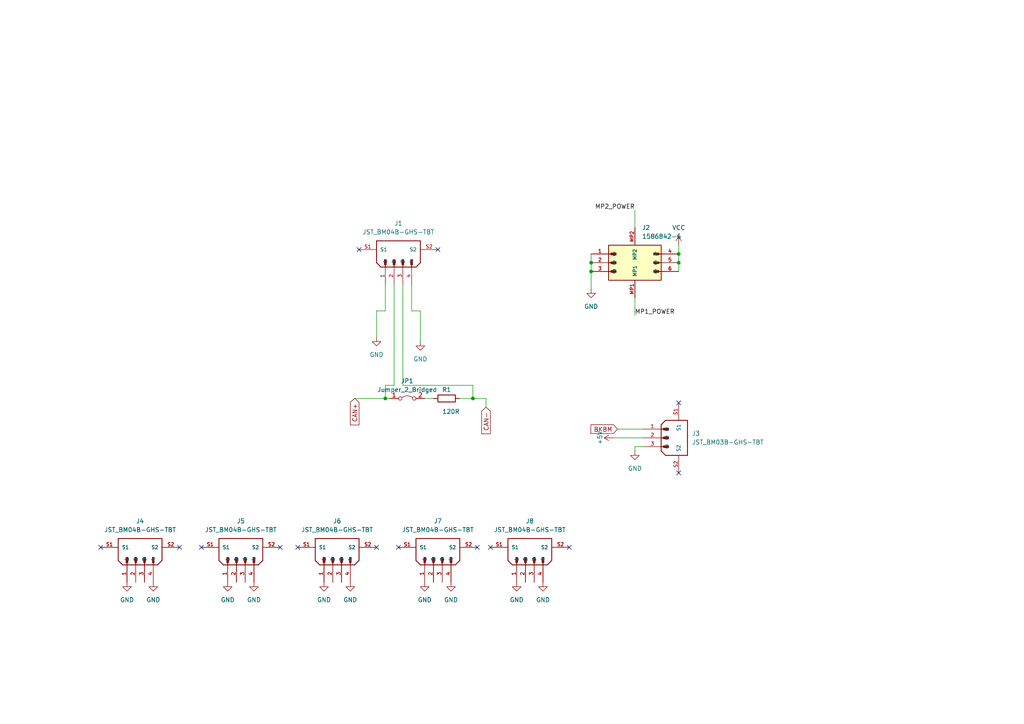
<source format=kicad_sch>
(kicad_sch (version 20231120) (generator "eeschema") (generator_version "8.0")
  (paper "A4")
  (lib_symbols
    (symbol "power:+5V" (power) (pin_names (offset 0))
      (property "Value" "+5V" (at 0 3.556 0))
      (symbol "+5V_0_1"
        (polyline (pts (xy -0.762 1.27) (xy 0 2.54)))
        (polyline (pts (xy 0 0) (xy 0 2.54)))
        (polyline (pts (xy 0 2.54) (xy 0.762 1.27)))
      )
      (symbol "+5V_1_1"
        (pin power_in line (at 0 0 90) (length 0) hide (name "+5V") (number "1"))
      )
    )
    (symbol "power:GND" (power) (pin_names (offset 0))
      (property "Value" "GND" (at 0 -3.81 0))
      (symbol "GND_0_1"
        (polyline (pts (xy 0 0) (xy 0 -1.27) (xy 1.27 -1.27) (xy 0 -2.54) (xy -1.27 -1.27) (xy 0 -1.27)))
      )
      (symbol "GND_1_1"
        (pin power_in line (at 0 0 270) (length 0) hide (name "GND") (number "1"))
      )
    )
    (symbol "power:VCC" (power) (pin_names (offset 0))
      (property "Value" "VCC" (at 0 3.81 0))
      (symbol "VCC_0_1"
        (polyline (pts (xy -0.762 1.27) (xy 0 2.54)))
        (polyline (pts (xy 0 0) (xy 0 2.54)))
        (polyline (pts (xy 0 2.54) (xy 0.762 1.27)))
      )
      (symbol "VCC_1_1"
        (pin power_in line (at 0 0 90) (length 0) hide (name "VCC") (number "1"))
      )
    )
    (symbol "thebots_symlib:JST_BM03B-GHS-TBT" (pin_names (offset 1.016))
      (property "Reference" "J" (at 0 6.35 0))
      (property "Value" "JST_BM03B-GHS-TBT" (at 10.16 -3.81 0))
      (symbol "JST_BM03B-GHS-TBT_0_0"
        (polyline (pts (xy 0 -3.81) (xy 1.27 -5.08)) (stroke (width 0.254)))
        (polyline (pts (xy 0 -2.54) (xy 1.905 -2.54)) (stroke (width 0.254)))
        (polyline (pts (xy 0 0) (xy 1.905 0)) (stroke (width 0.254)))
        (polyline (pts (xy 0 2.54) (xy 0 -3.81)) (stroke (width 0.254)))
        (polyline (pts (xy 0 2.54) (xy 1.905 2.54)) (stroke (width 0.254)))
        (polyline (pts (xy 0 3.81) (xy 0 2.54)) (stroke (width 0.254)))
        (polyline (pts (xy 0 3.81) (xy 1.27 5.08)) (stroke (width 0.254)))
        (polyline (pts (xy 1.27 -5.08) (xy 7.62 -5.08)) (stroke (width 0.254)))
        (polyline (pts (xy 7.62 -5.08) (xy 7.62 5.08)) (stroke (width 0.254)))
        (polyline (pts (xy 7.62 5.08) (xy 1.27 5.08)) (stroke (width 0.254)))
        (rectangle (start 0.635 -2.2225) (end 2.2225 -2.8575) (stroke (width 0.1)) (fill (type outline)))
        (rectangle (start 0.635 -0.3175) (end 2.2225 0.3175) (stroke (width 0.1)) (fill (type outline)))
        (rectangle (start 0.635 2.2225) (end 2.2225 2.8575) (stroke (width 0.1)) (fill (type outline)))
        (pin passive line (at -5.08 2.54 0) (length 5.08) (name "1") (number "1"))
        (pin passive line (at -5.08 0 0) (length 5.08) (name "2") (number "2"))
        (pin passive line (at -5.08 -2.54 0) (length 5.08) (name "3") (number "3"))
      )
      (symbol "JST_BM03B-GHS-TBT_1_0"
        (pin passive line (at 5.08 10.16 270) (length 5.08) (name "S1") (number "S1"))
        (pin passive line (at 5.08 -10.16 90) (length 5.08) (name "S2") (number "S2"))
      )
    )
    (symbol "thebots_symlib:JST_BM04B-GHS-TBT" (pin_names (offset 1.016))
      (property "Reference" "J" (at 0 6.35 0))
      (property "Value" "JST_BM04B-GHS-TBT" (at 10.16 -3.81 0))
      (symbol "JST_BM04B-GHS-TBT_0_0"
        (polyline (pts (xy 0 -6.35) (xy 1.27 -7.62)) (stroke (width 0.254)))
        (polyline (pts (xy 0 -5.08) (xy 1.905 -5.08)) (stroke (width 0.254)))
        (polyline (pts (xy 0 -2.54) (xy 1.905 -2.54)) (stroke (width 0.254)))
        (polyline (pts (xy 0 0) (xy 1.905 0)) (stroke (width 0.254)))
        (polyline (pts (xy 0 2.54) (xy 0 -6.35)) (stroke (width 0.254)))
        (polyline (pts (xy 0 2.54) (xy 1.905 2.54)) (stroke (width 0.254)))
        (polyline (pts (xy 0 3.81) (xy 0 2.54)) (stroke (width 0.254)))
        (polyline (pts (xy 0 3.81) (xy 1.27 5.08)) (stroke (width 0.254)))
        (polyline (pts (xy 1.27 -7.62) (xy 7.62 -7.62)) (stroke (width 0.254)))
        (polyline (pts (xy 7.62 -7.62) (xy 7.62 5.08)) (stroke (width 0.254)))
        (polyline (pts (xy 7.62 5.08) (xy 1.27 5.08)) (stroke (width 0.254)))
        (rectangle (start 0.635 -4.7625) (end 2.2225 -5.3975) (stroke (width 0.1)) (fill (type outline)))
        (rectangle (start 0.635 -2.2225) (end 2.2225 -2.8575) (stroke (width 0.1)) (fill (type outline)))
        (rectangle (start 0.635 -0.3175) (end 2.2225 0.3175) (stroke (width 0.1)) (fill (type outline)))
        (rectangle (start 0.635 2.2225) (end 2.2225 2.8575) (stroke (width 0.1)) (fill (type outline)))
        (pin passive line (at -5.08 2.54 0) (length 5.08) (name "1") (number "1"))
        (pin passive line (at -5.08 0 0) (length 5.08) (name "2") (number "2"))
        (pin passive line (at -5.08 -2.54 0) (length 5.08) (name "3") (number "3"))
      )
      (symbol "JST_BM04B-GHS-TBT_1_0"
        (pin passive line (at -5.08 -5.08 0) (length 5.08) (name "4") (number "4"))
        (pin passive line (at 5.08 10.16 270) (length 5.08) (name "S1") (number "S1"))
        (pin passive line (at 5.08 -12.7 90) (length 5.08) (name "S2") (number "S2"))
      )
    )
    (symbol "thebots_symlib:Jumper_2_Bridged" (pin_names (offset 0) hide)
      (property "Reference" "JP" (at 0 1.905 0))
      (property "Value" "Jumper_2_Bridged" (at 0 -2.54 0))
      (symbol "Jumper_2_Bridged_0_0"
        (circle (center -2.032 0) (radius 0.508))
        (circle (center 2.032 0) (radius 0.508))
      )
      (symbol "Jumper_2_Bridged_0_1"
        (arc (start 1.524 0.254) (mid 0 0.762) (end -1.524 0.254))
      )
      (symbol "Jumper_2_Bridged_1_1"
        (pin passive line (at -5.08 0 0) (length 2.54) (name "A") (number "1"))
        (pin passive line (at 5.08 0 180) (length 2.54) (name "B") (number "2"))
      )
    )
    (symbol "thebots_symlib:R_120R" (pin_numbers hide) (pin_names (offset 0))
      (property "Reference" "R" (at 2.032 0 90))
      (property "Value" "120R" (at 0 0 90))
      (symbol "R_120R_0_1"
        (rectangle (start -1.016 -2.54) (end 1.016 2.54) (stroke (width 0.254)))
      )
      (symbol "R_120R_1_1"
        (pin passive line (at 0 3.81 270) (length 1.27) (name "~") (number "1"))
        (pin passive line (at 0 -3.81 90) (length 1.27) (name "~") (number "2"))
      )
    )
    (symbol "thebots_symlib:TE_1586842-6_6PIN" (pin_names (offset 1.016))
      (property "Reference" "J" (at -7.62 11.43 0))
      (property "Value" "1586842-6" (at -12.7 -2.54 0))
      (symbol "TE_1586842-6_6PIN_0_0"
        (rectangle (start -7.62 10.16) (end 7.62 0) (stroke (width 0.254)) (fill (type background)))
        (rectangle (start -6.985 2.2225) (end -5.3975 2.8575) (stroke (width 0.1)) (fill (type outline)))
        (rectangle (start -6.985 4.7625) (end -5.3975 5.3975) (stroke (width 0.1)) (fill (type outline)))
        (rectangle (start -6.985 7.3025) (end -5.3975 7.9375) (stroke (width 0.1)) (fill (type outline)))
        (polyline (pts (xy -7.62 2.54) (xy -5.715 2.54)) (stroke (width 0.254)))
        (polyline (pts (xy -7.62 5.08) (xy -5.715 5.08)) (stroke (width 0.254)))
        (polyline (pts (xy -7.62 7.62) (xy -5.715 7.62)) (stroke (width 0.254)))
        (polyline (pts (xy 7.62 2.54) (xy 5.715 2.54)) (stroke (width 0.254)))
        (polyline (pts (xy 7.62 5.08) (xy 5.715 5.08)) (stroke (width 0.254)))
        (polyline (pts (xy 7.62 7.62) (xy 5.715 7.62)) (stroke (width 0.254)))
        (rectangle (start 5.3975 2.2225) (end 6.985 2.8575) (stroke (width 0.1)) (fill (type outline)))
        (rectangle (start 5.3975 4.7625) (end 6.985 5.3975) (stroke (width 0.1)) (fill (type outline)))
        (rectangle (start 5.3975 7.3025) (end 6.985 7.9375) (stroke (width 0.1)) (fill (type outline)))
        (pin passive line (at -12.7 7.62 0) (length 5.08) (name "1") (number "1"))
        (pin passive line (at -12.7 5.08 0) (length 5.08) (name "2") (number "2"))
        (pin passive line (at -12.7 2.54 0) (length 5.08) (name "3") (number "3"))
        (pin passive line (at 12.7 7.62 180) (length 5.08) (name "4") (number "4"))
        (pin passive line (at 12.7 5.08 180) (length 5.08) (name "5") (number "5"))
        (pin passive line (at 12.7 2.54 180) (length 5.08) (name "6") (number "6"))
      )
      (symbol "TE_1586842-6_6PIN_1_0"
        (pin passive line (at 0 -5.08 90) (length 5.08) (name "MP1") (number "MP1"))
        (pin passive line (at 0 15.24 270) (length 5.08) (name "MP2") (number "MP2"))
      )
    )
  )
  (junction (at 111.76 115.57))
  (junction (at 196.85 76.2))
  (junction (at 137.16 115.57))
  (junction (at 196.85 73.66))
  (junction (at 171.45 78.74))
  (junction (at 171.45 76.2))
  (no_connect (at 109.22 158.75))
  (no_connect (at 142.24 158.75))
  (no_connect (at 81.28 158.75))
  (no_connect (at 196.85 137.16))
  (no_connect (at 115.57 158.75))
  (no_connect (at 138.43 158.75))
  (no_connect (at 58.42 158.75))
  (no_connect (at 196.85 116.84))
  (no_connect (at 165.1 158.75))
  (no_connect (at 127 72.39))
  (no_connect (at 29.21 158.75))
  (no_connect (at 104.14 72.39))
  (no_connect (at 86.36 158.75))
  (no_connect (at 52.07 158.75))
  (wire (pts (xy 119.38 82.55) (xy 119.38 90.17)))
  (wire (pts (xy 116.84 82.55) (xy 116.84 111.76)))
  (wire (pts (xy 140.97 118.11) (xy 140.97 115.57)))
  (wire (pts (xy 123.19 115.57) (xy 125.73 115.57)))
  (wire (pts (xy 177.8 127) (xy 186.69 127)))
  (wire (pts (xy 171.45 76.2) (xy 171.45 78.74)))
  (wire (pts (xy 184.15 86.36) (xy 184.15 91.44)))
  (wire (pts (xy 171.45 73.66) (xy 171.45 76.2)))
  (wire (pts (xy 114.3 82.55) (xy 114.3 111.76)))
  (wire (pts (xy 111.76 111.76) (xy 114.3 111.76)))
  (wire (pts (xy 196.85 76.2) (xy 196.85 78.74)))
  (wire (pts (xy 184.15 129.54) (xy 184.15 130.81)))
  (wire (pts (xy 133.35 115.57) (xy 137.16 115.57)))
  (wire (pts (xy 137.16 111.76) (xy 137.16 115.57)))
  (wire (pts (xy 121.92 90.17) (xy 119.38 90.17)))
  (wire (pts (xy 111.76 82.55) (xy 111.76 90.17)))
  (wire (pts (xy 111.76 111.76) (xy 111.76 115.57)))
  (wire (pts (xy 184.15 66.04) (xy 184.15 60.96)))
  (wire (pts (xy 171.45 78.74) (xy 171.45 83.82)))
  (wire (pts (xy 179.07 124.46) (xy 186.69 124.46)))
  (wire (pts (xy 109.22 90.17) (xy 111.76 90.17)))
  (wire (pts (xy 111.76 115.57) (xy 102.87 115.57)))
  (wire (pts (xy 184.15 129.54) (xy 186.69 129.54)))
  (wire (pts (xy 196.85 71.12) (xy 196.85 73.66)))
  (wire (pts (xy 196.85 73.66) (xy 196.85 76.2)))
  (wire (pts (xy 121.92 90.17) (xy 121.92 99.06)))
  (wire (pts (xy 137.16 111.76) (xy 116.84 111.76)))
  (wire (pts (xy 140.97 115.57) (xy 137.16 115.57)))
  (wire (pts (xy 109.22 90.17) (xy 109.22 97.79)))
  (wire (pts (xy 113.03 115.57) (xy 111.76 115.57)))
  (label "MP2_POWER" (at 184.15 60.96 180))
  (label "MP1_POWER" (at 184.15 91.44 0))
  (global_label "CAN-" (shape input) (at 140.97 118.11 270) (property "Intersheetrefs" "${INTERSHEET_REFS}" (effects (hide yes))))
  (global_label "CAN+" (shape input) (at 102.87 115.57 270) (property "Intersheetrefs" "${INTERSHEET_REFS}" (effects (hide yes))))
  (global_label "BKBM" (shape input) (at 179.07 124.46 180) (property "Intersheetrefs" "${INTERSHEET_REFS}" (effects (hide yes))))
  (symbol (lib_id "thebots_symlib:TE_1586842-6_6PIN") (at 184.15 81.28 0) (unit 1)
    (property "Reference" "J2" (at 186.1694 66.04 0) (effects (justify left)))
    (property "Value" "1586842-6" (at 186.1694 68.58 0) (effects (justify left)))
    (property "Footprint" "bots:TE_1586842-6_6PIN" (effects (hide yes)))
  )
  (symbol (lib_id "power:GND") (at 157.48 168.91 0) (mirror y) (unit 1)
    (property "Reference" "#PWR016" (effects (hide yes)))
    (property "Value" "GND" (at 157.48 173.99 0))
  )
  (symbol (lib_id "power:GND") (at 171.45 83.82 0) (unit 1)
    (property "Reference" "#PWR03" (effects (hide yes)))
    (property "Value" "GND" (at 171.45 88.9 0))
  )
  (symbol (lib_id "thebots_symlib:JST_BM04B-GHS-TBT") (at 114.3 77.47 90) (unit 1)
    (property "Reference" "J1" (at 115.57 64.77 90))
    (property "Value" "JST_BM04B-GHS-TBT" (at 115.57 67.31 90))
    (property "Footprint" "bots:JST_BM04B-GHS-TBT" (effects (hide yes)))
    (property "MPN" "BM04B-GHS-TBT" (effects (hide yes)))
    (property "Manufacturer" "JST Sales America Inc." (effects (hide yes)))
    (property "Price" "0.31" (effects (hide yes)))
  )
  (symbol (lib_id "power:GND") (at 66.04 168.91 0) (mirror y) (unit 1)
    (property "Reference" "#PWR09" (effects (hide yes)))
    (property "Value" "GND" (at 66.04 173.99 0))
  )
  (symbol (lib_id "power:GND") (at 36.83 168.91 0) (mirror y) (unit 1)
    (property "Reference" "#PWR07" (effects (hide yes)))
    (property "Value" "GND" (at 36.83 173.99 0))
  )
  (symbol (lib_id "thebots_symlib:JST_BM04B-GHS-TBT") (at 152.4 163.83 90) (unit 1)
    (property "Reference" "J8" (at 153.67 151.13 90))
    (property "Value" "JST_BM04B-GHS-TBT" (at 153.67 153.67 90))
    (property "Footprint" "bots:JST_BM04B-GHS-TBT" (effects (hide yes)))
    (property "MPN" "BM04B-GHS-TBT" (effects (hide yes)))
    (property "Manufacturer" "JST Sales America Inc." (effects (hide yes)))
    (property "Price" "0.31" (effects (hide yes)))
  )
  (symbol (lib_id "thebots_symlib:R_120R") (at 129.54 115.57 90) (unit 1)
    (property "Reference" "R1" (at 129.54 113.03 90))
    (property "Value" "120R" (at 130.81 119.38 90))
    (property "Footprint" "bots:R_0603_1608Metric" (effects (hide yes)))
    (property "MPN" "0603WAF1200T5E" (effects (hide yes)))
    (property "Manufacturer" "UNI-ROYAL(Uniroyal Elec)" (effects (hide yes)))
    (property "Price" "0.001" (effects (hide yes)))
    (property "JLC" "0603" (effects (hide yes)))
    (property "LCSC" "C22787" (effects (hide yes)))
    (property "JLC Extended" "no" (effects (hide yes)))
  )
  (symbol (lib_id "power:GND") (at 149.86 168.91 0) (mirror y) (unit 1)
    (property "Reference" "#PWR015" (effects (hide yes)))
    (property "Value" "GND" (at 149.86 173.99 0))
  )
  (symbol (lib_id "thebots_symlib:JST_BM03B-GHS-TBT") (at 191.77 127 0) (unit 1)
    (property "Reference" "J3" (at 200.66 125.73 0) (effects (justify left)))
    (property "Value" "JST_BM03B-GHS-TBT" (at 200.66 128.27 0) (effects (justify left)))
    (property "Footprint" "bots:JST_BM03B-GHS-TBT" (effects (hide yes)))
    (property "MPN" "BM03B-GHS-TBT" (effects (hide yes)))
    (property "Manufacturer" "JST Sales America Inc." (effects (hide yes)))
    (property "Price" "0.31" (effects (hide yes)))
  )
  (symbol (lib_id "power:GND") (at 101.6 168.91 0) (mirror y) (unit 1)
    (property "Reference" "#PWR012" (effects (hide yes)))
    (property "Value" "GND" (at 101.6 173.99 0))
  )
  (symbol (lib_id "thebots_symlib:JST_BM04B-GHS-TBT") (at 96.52 163.83 90) (unit 1)
    (property "Reference" "J6" (at 97.79 151.13 90))
    (property "Value" "JST_BM04B-GHS-TBT" (at 97.79 153.67 90))
    (property "Footprint" "bots:JST_BM04B-GHS-TBT" (effects (hide yes)))
    (property "MPN" "BM04B-GHS-TBT" (effects (hide yes)))
    (property "Manufacturer" "JST Sales America Inc." (effects (hide yes)))
    (property "Price" "0.31" (effects (hide yes)))
  )
  (symbol (lib_id "thebots_symlib:JST_BM04B-GHS-TBT") (at 125.73 163.83 90) (unit 1)
    (property "Reference" "J7" (at 127 151.13 90))
    (property "Value" "JST_BM04B-GHS-TBT" (at 127 153.67 90))
    (property "Footprint" "bots:JST_BM04B-GHS-TBT" (effects (hide yes)))
    (property "MPN" "BM04B-GHS-TBT" (effects (hide yes)))
    (property "Manufacturer" "JST Sales America Inc." (effects (hide yes)))
    (property "Price" "0.31" (effects (hide yes)))
  )
  (symbol (lib_id "power:GND") (at 109.22 97.79 0) (unit 1)
    (property "Reference" "#PWR01" (effects (hide yes)))
    (property "Value" "GND" (at 109.22 102.87 0))
  )
  (symbol (lib_id "power:GND") (at 73.66 168.91 0) (mirror y) (unit 1)
    (property "Reference" "#PWR010" (effects (hide yes)))
    (property "Value" "GND" (at 73.66 173.99 0))
  )
  (symbol (lib_id "power:GND") (at 130.81 168.91 0) (mirror y) (unit 1)
    (property "Reference" "#PWR014" (effects (hide yes)))
    (property "Value" "GND" (at 130.81 173.99 0))
  )
  (symbol (lib_id "power:GND") (at 44.45 168.91 0) (mirror y) (unit 1)
    (property "Reference" "#PWR08" (effects (hide yes)))
    (property "Value" "GND" (at 44.45 173.99 0))
  )
  (symbol (lib_id "power:GND") (at 93.98 168.91 0) (mirror y) (unit 1)
    (property "Reference" "#PWR011" (effects (hide yes)))
    (property "Value" "GND" (at 93.98 173.99 0))
  )
  (symbol (lib_id "power:GND") (at 184.15 130.81 0) (unit 1)
    (property "Reference" "#PWR05" (effects (hide yes)))
    (property "Value" "GND" (at 184.15 135.89 0))
  )
  (symbol (lib_id "thebots_symlib:JST_BM04B-GHS-TBT") (at 39.37 163.83 90) (unit 1)
    (property "Reference" "J4" (at 40.64 151.13 90))
    (property "Value" "JST_BM04B-GHS-TBT" (at 40.64 153.67 90))
    (property "Footprint" "bots:JST_BM04B-GHS-TBT" (effects (hide yes)))
    (property "MPN" "BM04B-GHS-TBT" (effects (hide yes)))
    (property "Manufacturer" "JST Sales America Inc." (effects (hide yes)))
    (property "Price" "0.31" (effects (hide yes)))
  )
  (symbol (lib_id "power:+5V") (at 177.8 127 90) (unit 1)
    (property "Reference" "#PWR04" (effects (hide yes)))
    (property "Value" "+5V" (at 173.99 127 0))
  )
  (symbol (lib_id "power:VCC") (at 196.85 71.12 0) (unit 1)
    (property "Reference" "#PWR06" (effects (hide yes)))
    (property "Value" "VCC" (at 196.85 66.04 0))
  )
  (symbol (lib_id "thebots_symlib:JST_BM04B-GHS-TBT") (at 68.58 163.83 90) (unit 1)
    (property "Reference" "J5" (at 69.85 151.13 90))
    (property "Value" "JST_BM04B-GHS-TBT" (at 69.85 153.67 90))
    (property "Footprint" "bots:JST_BM04B-GHS-TBT" (effects (hide yes)))
    (property "MPN" "BM04B-GHS-TBT" (effects (hide yes)))
    (property "Manufacturer" "JST Sales America Inc." (effects (hide yes)))
    (property "Price" "0.31" (effects (hide yes)))
  )
  (symbol (lib_id "power:GND") (at 121.92 99.06 0) (mirror y) (unit 1)
    (property "Reference" "#PWR02" (effects (hide yes)))
    (property "Value" "GND" (at 121.92 104.14 0))
  )
  (symbol (lib_id "thebots_symlib:Jumper_2_Bridged") (at 118.11 115.57 0) (unit 1)
    (property "Reference" "JP1" (at 118.11 110.49 0))
    (property "Value" "Jumper_2_Bridged" (at 118.11 113.03 0))
    (property "Footprint" "Connector_PinHeader_2.54mm:PinHeader_1x02_P2.54mm_Vertical" (effects (hide yes)))
  )
  (symbol (lib_id "power:GND") (at 123.19 168.91 0) (mirror y) (unit 1)
    (property "Reference" "#PWR013" (effects (hide yes)))
    (property "Value" "GND" (at 123.19 173.99 0))
  )
)
</source>
